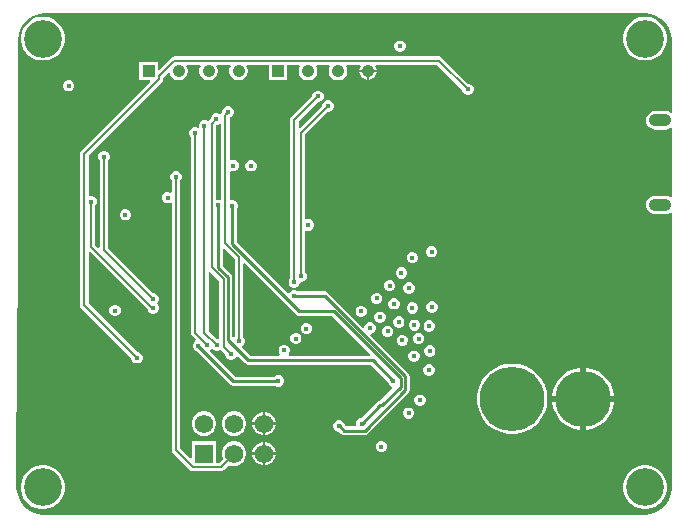
<source format=gbl>
G04*
G04 #@! TF.GenerationSoftware,Altium Limited,Altium Designer,22.0.2 (36)*
G04*
G04 Layer_Physical_Order=4*
G04 Layer_Color=16711680*
%FSLAX25Y25*%
%MOIN*%
G70*
G04*
G04 #@! TF.SameCoordinates,77FB473F-6002-4E98-9841-083E989A2A2F*
G04*
G04*
G04 #@! TF.FilePolarity,Positive*
G04*
G01*
G75*
%ADD10C,0.00984*%
%ADD12C,0.00787*%
%ADD50C,0.06181*%
%ADD51R,0.06181X0.06181*%
%ADD57O,0.07480X0.04134*%
%ADD61C,0.00827*%
%ADD62C,0.12598*%
%ADD63R,0.04134X0.04134*%
%ADD64C,0.04134*%
%ADD65C,0.21496*%
%ADD66C,0.18661*%
%ADD67C,0.01772*%
G36*
X537405Y394104D02*
X539225Y393350D01*
X540863Y392256D01*
X542256Y390863D01*
X543350Y389225D01*
X544104Y387405D01*
X544488Y385473D01*
Y384488D01*
Y361277D01*
X543988Y361030D01*
X543712Y361242D01*
X542966Y361551D01*
X542165Y361656D01*
X538819D01*
X538018Y361551D01*
X537272Y361242D01*
X536632Y360750D01*
X536140Y360110D01*
X535831Y359364D01*
X535726Y358563D01*
X535831Y357762D01*
X536140Y357016D01*
X536632Y356376D01*
X537272Y355884D01*
X538018Y355575D01*
X538819Y355470D01*
X542165D01*
X542966Y355575D01*
X543712Y355884D01*
X543988Y356096D01*
X544488Y355849D01*
Y333127D01*
X543988Y332880D01*
X543712Y333092D01*
X542966Y333401D01*
X542165Y333507D01*
X538819D01*
X538018Y333401D01*
X537272Y333092D01*
X536632Y332601D01*
X536140Y331960D01*
X535831Y331214D01*
X535726Y330413D01*
X535831Y329613D01*
X536140Y328867D01*
X536632Y328226D01*
X537272Y327734D01*
X538018Y327425D01*
X538819Y327320D01*
X542165D01*
X542966Y327425D01*
X543712Y327734D01*
X543988Y327946D01*
X544488Y327700D01*
Y236870D01*
Y235885D01*
X544104Y233953D01*
X543350Y232133D01*
X542256Y230495D01*
X540863Y229103D01*
X539225Y228008D01*
X537405Y227254D01*
X535473Y226870D01*
X334901D01*
X332969Y227254D01*
X331149Y228008D01*
X329511Y229103D01*
X328118Y230495D01*
X327024Y232133D01*
X326270Y233953D01*
X325886Y235885D01*
Y236870D01*
Y243701D01*
X326279Y313484D01*
Y384488D01*
Y385473D01*
X326664Y387405D01*
X327418Y389225D01*
X328512Y390863D01*
X329905Y392256D01*
X331543Y393350D01*
X333363Y394104D01*
X335295Y394488D01*
X535473D01*
X537405Y394104D01*
D02*
G37*
%LPC*%
G36*
X454115Y385154D02*
X453365D01*
X452672Y384866D01*
X452141Y384336D01*
X451854Y383643D01*
Y382893D01*
X452141Y382200D01*
X452672Y381669D01*
X453365Y381382D01*
X454115D01*
X454808Y381669D01*
X455339Y382200D01*
X455626Y382893D01*
Y383643D01*
X455339Y384336D01*
X454808Y384866D01*
X454115Y385154D01*
D02*
G37*
G36*
X536152Y393126D02*
X534714D01*
X533304Y392846D01*
X531976Y392295D01*
X530780Y391496D01*
X529763Y390480D01*
X528965Y389284D01*
X528414Y387956D01*
X528134Y386546D01*
Y385108D01*
X528414Y383698D01*
X528965Y382369D01*
X529763Y381174D01*
X530780Y380157D01*
X531976Y379358D01*
X533304Y378808D01*
X534714Y378528D01*
X536152D01*
X537562Y378808D01*
X538891Y379358D01*
X540086Y380157D01*
X541103Y381174D01*
X541901Y382369D01*
X542452Y383698D01*
X542732Y385108D01*
Y386546D01*
X542452Y387956D01*
X541901Y389284D01*
X541103Y390480D01*
X540086Y391496D01*
X538891Y392295D01*
X537562Y392846D01*
X536152Y393126D01*
D02*
G37*
G36*
X335365D02*
X333927D01*
X332517Y392846D01*
X331188Y392295D01*
X329993Y391496D01*
X328976Y390480D01*
X328177Y389284D01*
X327627Y387956D01*
X327346Y386546D01*
Y385108D01*
X327627Y383698D01*
X328177Y382369D01*
X328976Y381174D01*
X329993Y380157D01*
X331188Y379358D01*
X332517Y378808D01*
X333927Y378528D01*
X335365D01*
X336775Y378808D01*
X338103Y379358D01*
X339299Y380157D01*
X340315Y381174D01*
X341114Y382369D01*
X341664Y383698D01*
X341945Y385108D01*
Y386546D01*
X341664Y387956D01*
X341114Y389284D01*
X340315Y390480D01*
X339299Y391496D01*
X338103Y392295D01*
X336775Y392846D01*
X335365Y393126D01*
D02*
G37*
G36*
X466795Y379921D02*
X378480D01*
X377928Y379812D01*
X377461Y379499D01*
X373450Y375489D01*
X372988Y375680D01*
Y378067D01*
X366854D01*
Y371933D01*
X370296D01*
X370487Y371471D01*
X347469Y348453D01*
X347157Y347986D01*
X347047Y347434D01*
Y296970D01*
X347157Y296419D01*
X347469Y295951D01*
X364158Y279263D01*
Y279040D01*
X364445Y278347D01*
X364975Y277816D01*
X365668Y277529D01*
X366419D01*
X367112Y277816D01*
X367642Y278347D01*
X367929Y279040D01*
Y279790D01*
X367642Y280483D01*
X367112Y281014D01*
X366419Y281301D01*
X366196D01*
X349929Y297567D01*
Y314657D01*
X350391Y314848D01*
X369471Y295768D01*
X369570Y295702D01*
X369621Y295651D01*
X369897Y294984D01*
X370428Y294453D01*
X371121Y294166D01*
X371871D01*
X372564Y294453D01*
X373095Y294984D01*
X373382Y295677D01*
Y296427D01*
X373095Y297120D01*
X372625Y297590D01*
X373019Y297984D01*
X373306Y298677D01*
Y299427D01*
X373019Y300120D01*
X372488Y300651D01*
X371795Y300938D01*
X371544D01*
X356539Y315943D01*
Y345211D01*
X356717Y345389D01*
X357004Y346082D01*
Y346832D01*
X356717Y347525D01*
X356186Y348055D01*
X355493Y348342D01*
X354743D01*
X354050Y348055D01*
X353519Y347525D01*
X353232Y346832D01*
Y346082D01*
X353519Y345389D01*
X353697Y345211D01*
Y316214D01*
X353235Y316023D01*
X352208Y317050D01*
Y330250D01*
X352386Y330428D01*
X352673Y331121D01*
Y331871D01*
X352386Y332564D01*
X351856Y333095D01*
X351163Y333382D01*
X350412D01*
X350345Y333354D01*
X349929Y333632D01*
Y346837D01*
X374420Y371329D01*
X374733Y371796D01*
X374843Y372348D01*
Y372805D01*
X376399Y374362D01*
X376957Y374213D01*
X377063Y373816D01*
X377467Y373117D01*
X378038Y372546D01*
X378737Y372142D01*
X379517Y371933D01*
X380325D01*
X381105Y372142D01*
X381804Y372546D01*
X382375Y373117D01*
X382779Y373816D01*
X382988Y374596D01*
Y375404D01*
X382779Y376184D01*
X382574Y376539D01*
X382863Y377039D01*
X386980D01*
X387268Y376539D01*
X387063Y376184D01*
X386854Y375404D01*
Y374596D01*
X387063Y373816D01*
X387467Y373117D01*
X388038Y372546D01*
X388737Y372142D01*
X389517Y371933D01*
X390325D01*
X391105Y372142D01*
X391804Y372546D01*
X392375Y373117D01*
X392779Y373816D01*
X392988Y374596D01*
Y375404D01*
X392779Y376184D01*
X392574Y376539D01*
X392863Y377039D01*
X396980D01*
X397269Y376539D01*
X397063Y376184D01*
X396854Y375404D01*
Y374596D01*
X397063Y373816D01*
X397467Y373117D01*
X398038Y372546D01*
X398737Y372142D01*
X399517Y371933D01*
X400325D01*
X401105Y372142D01*
X401804Y372546D01*
X402375Y373117D01*
X402779Y373816D01*
X402988Y374596D01*
Y375404D01*
X402779Y376184D01*
X402574Y376539D01*
X402863Y377039D01*
X410004D01*
Y371933D01*
X416138D01*
Y377039D01*
X420129D01*
X420418Y376539D01*
X420213Y376184D01*
X420004Y375404D01*
Y374596D01*
X420213Y373816D01*
X420617Y373117D01*
X421188Y372546D01*
X421887Y372142D01*
X422667Y371933D01*
X423475D01*
X424255Y372142D01*
X424954Y372546D01*
X425525Y373117D01*
X425929Y373816D01*
X426138Y374596D01*
Y375404D01*
X425929Y376184D01*
X425724Y376539D01*
X426012Y377039D01*
X430129D01*
X430418Y376539D01*
X430213Y376184D01*
X430004Y375404D01*
Y374596D01*
X430213Y373816D01*
X430617Y373117D01*
X431188Y372546D01*
X431887Y372142D01*
X432667Y371933D01*
X433475D01*
X434255Y372142D01*
X434954Y372546D01*
X435525Y373117D01*
X435929Y373816D01*
X436138Y374596D01*
Y375404D01*
X435929Y376184D01*
X435723Y376539D01*
X436012Y377039D01*
X440402D01*
X440664Y376539D01*
X440411Y376102D01*
X440221Y375394D01*
X445920D01*
X445731Y376102D01*
X445478Y376539D01*
X445740Y377039D01*
X466198D01*
X474492Y368745D01*
Y368523D01*
X474779Y367829D01*
X475310Y367299D01*
X476003Y367012D01*
X476753D01*
X477446Y367299D01*
X477977Y367829D01*
X478264Y368523D01*
Y369273D01*
X477977Y369966D01*
X477446Y370496D01*
X476753Y370783D01*
X476530D01*
X467814Y379499D01*
X467347Y379812D01*
X466795Y379921D01*
D02*
G37*
G36*
X445920Y374606D02*
X443465D01*
Y372150D01*
X444172Y372340D01*
X444823Y372716D01*
X445355Y373247D01*
X445731Y373898D01*
X445920Y374606D01*
D02*
G37*
G36*
X442677D02*
X440221D01*
X440411Y373898D01*
X440787Y373247D01*
X441318Y372716D01*
X441969Y372340D01*
X442677Y372150D01*
Y374606D01*
D02*
G37*
G36*
X343682Y371965D02*
X342932D01*
X342239Y371677D01*
X341708Y371147D01*
X341421Y370454D01*
Y369704D01*
X341708Y369010D01*
X342239Y368480D01*
X342932Y368193D01*
X343682D01*
X344375Y368480D01*
X344906Y369010D01*
X345193Y369704D01*
Y370454D01*
X344906Y371147D01*
X344375Y371677D01*
X343682Y371965D01*
D02*
G37*
G36*
X396832Y363303D02*
X396082D01*
X395389Y363016D01*
X394858Y362486D01*
X394571Y361792D01*
Y361275D01*
X394514Y361218D01*
X394207Y360757D01*
X394204Y360745D01*
X393661Y360580D01*
X393588Y360654D01*
X392895Y360941D01*
X392145D01*
X391452Y360654D01*
X390921Y360123D01*
X390634Y359430D01*
Y359179D01*
X389955Y358501D01*
X389827Y358309D01*
X389651Y358292D01*
X388958Y358579D01*
X388208D01*
X387514Y358292D01*
X386984Y357761D01*
X386697Y357068D01*
Y356387D01*
X386492Y356173D01*
X386278Y356022D01*
X385808Y356217D01*
X385058D01*
X384365Y355929D01*
X383834Y355399D01*
X383547Y354706D01*
Y353956D01*
X383834Y353262D01*
X384012Y353085D01*
Y287737D01*
X384120Y287193D01*
X384428Y286732D01*
X385637Y285523D01*
X385553Y285103D01*
X385460Y284993D01*
X384941Y284474D01*
X384654Y283781D01*
Y283031D01*
X384941Y282338D01*
X385472Y281807D01*
X386114Y281541D01*
X397078Y270578D01*
X397571Y270248D01*
X398153Y270132D01*
X412090D01*
X412168Y270055D01*
X412861Y269768D01*
X413611D01*
X414304Y270055D01*
X414835Y270585D01*
X415122Y271278D01*
Y272029D01*
X414835Y272722D01*
X414304Y273252D01*
X413611Y273539D01*
X412861D01*
X412168Y273252D01*
X412090Y273175D01*
X398784D01*
X390443Y281516D01*
X390526Y281935D01*
X390619Y282047D01*
X391133Y282560D01*
X391617Y282076D01*
X392310Y281789D01*
X393060D01*
X393753Y282076D01*
X394189Y281868D01*
X395551Y280505D01*
Y280254D01*
X395838Y279561D01*
X396369Y279031D01*
X397062Y278744D01*
X397812D01*
X398505Y279031D01*
X399036Y279561D01*
X399142Y279818D01*
X399732Y279935D01*
X402107Y277560D01*
X402600Y277231D01*
X403182Y277115D01*
X403182Y277115D01*
X443962D01*
X449689Y271388D01*
Y271278D01*
X449976Y270585D01*
X450507Y270055D01*
X451114Y269803D01*
X451324Y269306D01*
X447247Y265228D01*
X447171D01*
X447171Y265228D01*
X446589Y265112D01*
X446096Y264783D01*
X446096Y264783D01*
X440679Y259366D01*
X440570D01*
X439877Y259079D01*
X439346Y258548D01*
X439059Y257855D01*
Y257105D01*
X439086Y257039D01*
X438808Y256624D01*
X435845D01*
X435315Y257154D01*
X435063Y257761D01*
X434533Y258292D01*
X433840Y258579D01*
X433089D01*
X432396Y258292D01*
X431866Y257761D01*
X431579Y257068D01*
Y256318D01*
X431866Y255625D01*
X432396Y255094D01*
X433089Y254807D01*
X433358D01*
X434139Y254027D01*
X434632Y253697D01*
X435215Y253581D01*
X435215Y253581D01*
X441930D01*
X442512Y253697D01*
X443006Y254027D01*
X456513Y267534D01*
X456513Y267534D01*
X456843Y268027D01*
X456958Y268609D01*
Y273253D01*
X456958Y273253D01*
X456843Y273835D01*
X456513Y274329D01*
X456513Y274329D01*
X443820Y287022D01*
X444011Y287484D01*
X444076D01*
X444769Y287771D01*
X445299Y288302D01*
X445587Y288995D01*
Y289745D01*
X445299Y290438D01*
X444769Y290969D01*
X444076Y291256D01*
X443326D01*
X442633Y290969D01*
X442102Y290438D01*
X441815Y289745D01*
Y289680D01*
X441353Y289489D01*
X429766Y301076D01*
X429273Y301406D01*
X428690Y301521D01*
X419650D01*
X419572Y301599D01*
X418879Y301886D01*
X418129D01*
X417436Y301599D01*
X416905Y301068D01*
X416878Y301003D01*
X416388Y300905D01*
X399320Y317972D01*
Y328970D01*
X399398Y329047D01*
X399685Y329740D01*
Y330491D01*
X399398Y331184D01*
X398867Y331714D01*
X398174Y332001D01*
X397424D01*
X397356Y331973D01*
X396940Y332251D01*
Y341472D01*
X397440Y341789D01*
X397853Y341618D01*
X398604D01*
X399297Y341905D01*
X399827Y342436D01*
X400114Y343129D01*
Y343879D01*
X399827Y344572D01*
X399297Y345103D01*
X398604Y345390D01*
X397853D01*
X397440Y345219D01*
X396940Y345536D01*
Y359577D01*
X397525Y359819D01*
X398055Y360349D01*
X398342Y361042D01*
Y361792D01*
X398055Y362486D01*
X397525Y363016D01*
X396832Y363303D01*
D02*
G37*
G36*
X404509Y345291D02*
X403759D01*
X403066Y345004D01*
X402535Y344474D01*
X402248Y343781D01*
Y343030D01*
X402535Y342337D01*
X403066Y341807D01*
X403759Y341520D01*
X404509D01*
X405202Y341807D01*
X405733Y342337D01*
X406020Y343030D01*
Y343781D01*
X405733Y344474D01*
X405202Y345004D01*
X404509Y345291D01*
D02*
G37*
G36*
X379509Y341650D02*
X378759D01*
X378066Y341363D01*
X377535Y340832D01*
X377248Y340139D01*
Y339389D01*
X377535Y338696D01*
X377693Y338538D01*
Y334683D01*
X377193Y334438D01*
X376655Y334661D01*
X375904D01*
X375211Y334374D01*
X374681Y333844D01*
X374394Y333151D01*
Y332400D01*
X374681Y331707D01*
X375211Y331177D01*
X375904Y330890D01*
X376655D01*
X377193Y331113D01*
X377693Y330869D01*
Y248592D01*
X377802Y248040D01*
X378115Y247573D01*
X383730Y241957D01*
X384198Y241645D01*
X384749Y241535D01*
X393921D01*
X394473Y241645D01*
X394940Y241957D01*
X396723Y243740D01*
X396846Y243669D01*
X397887Y243390D01*
X398964D01*
X400004Y243669D01*
X400937Y244207D01*
X401698Y244969D01*
X402237Y245901D01*
X402516Y246942D01*
Y248019D01*
X402237Y249059D01*
X401698Y249992D01*
X400937Y250754D01*
X400004Y251292D01*
X398964Y251571D01*
X397887D01*
X396846Y251292D01*
X395914Y250754D01*
X395152Y249992D01*
X394613Y249059D01*
X394335Y248019D01*
Y246942D01*
X394613Y245901D01*
X394685Y245778D01*
X393324Y244417D01*
X392516D01*
Y251571D01*
X384335D01*
Y246082D01*
X383873Y245891D01*
X380575Y249189D01*
Y338538D01*
X380733Y338696D01*
X381020Y339389D01*
Y340139D01*
X380733Y340832D01*
X380202Y341363D01*
X379509Y341650D01*
D02*
G37*
G36*
X362580Y328953D02*
X361830D01*
X361137Y328666D01*
X360606Y328135D01*
X360319Y327442D01*
Y326692D01*
X360606Y325999D01*
X361137Y325468D01*
X361830Y325181D01*
X362580D01*
X363273Y325468D01*
X363803Y325999D01*
X364090Y326692D01*
Y327442D01*
X363803Y328135D01*
X363273Y328666D01*
X362580Y328953D01*
D02*
G37*
G36*
X426753Y368421D02*
X426003D01*
X425310Y368134D01*
X424779Y367604D01*
X424492Y366911D01*
Y366659D01*
X417499Y359666D01*
X417191Y359205D01*
X417083Y358661D01*
Y305970D01*
X416905Y305793D01*
X416618Y305100D01*
Y304349D01*
X416905Y303656D01*
X417436Y303126D01*
X418129Y302839D01*
X418879D01*
X419572Y303126D01*
X420103Y303656D01*
X420330Y304204D01*
X420390Y304349D01*
X420845Y304666D01*
X421159D01*
X421852Y304953D01*
X422382Y305484D01*
X422669Y306177D01*
Y306927D01*
X422382Y307620D01*
X422204Y307798D01*
Y321653D01*
X422620Y321931D01*
X422853Y321835D01*
X423603D01*
X424297Y322122D01*
X424827Y322652D01*
X425114Y323345D01*
Y324096D01*
X424827Y324789D01*
X424297Y325319D01*
X423603Y325606D01*
X422853D01*
X422620Y325510D01*
X422204Y325788D01*
Y353848D01*
X429856Y361500D01*
X430107D01*
X430800Y361787D01*
X431331Y362318D01*
X431618Y363011D01*
Y363761D01*
X431331Y364454D01*
X430800Y364984D01*
X430107Y365272D01*
X429357D01*
X428664Y364984D01*
X428134Y364454D01*
X427846Y363761D01*
Y363510D01*
X420387Y356050D01*
X419925Y356241D01*
Y358073D01*
X426502Y364650D01*
X426753D01*
X427446Y364937D01*
X427977Y365467D01*
X428264Y366160D01*
Y366911D01*
X427977Y367604D01*
X427446Y368134D01*
X426753Y368421D01*
D02*
G37*
G36*
X464647Y316650D02*
X463897D01*
X463203Y316363D01*
X462673Y315832D01*
X462386Y315139D01*
Y314389D01*
X462673Y313696D01*
X463203Y313165D01*
X463897Y312878D01*
X464647D01*
X465340Y313165D01*
X465870Y313696D01*
X466157Y314389D01*
Y315139D01*
X465870Y315832D01*
X465340Y316363D01*
X464647Y316650D01*
D02*
G37*
G36*
X458249Y314681D02*
X457499D01*
X456806Y314394D01*
X456275Y313863D01*
X455988Y313170D01*
Y312420D01*
X456275Y311727D01*
X456806Y311197D01*
X457499Y310910D01*
X458249D01*
X458942Y311197D01*
X459473Y311727D01*
X459760Y312420D01*
Y313170D01*
X459473Y313863D01*
X458942Y314394D01*
X458249Y314681D01*
D02*
G37*
G36*
X454607Y309563D02*
X453857D01*
X453164Y309276D01*
X452634Y308745D01*
X452347Y308052D01*
Y307302D01*
X452634Y306609D01*
X453164Y306079D01*
X453857Y305791D01*
X454607D01*
X455301Y306079D01*
X455831Y306609D01*
X456118Y307302D01*
Y308052D01*
X455831Y308745D01*
X455301Y309276D01*
X454607Y309563D01*
D02*
G37*
G36*
X450670Y305331D02*
X449920D01*
X449227Y305044D01*
X448697Y304513D01*
X448410Y303820D01*
Y303070D01*
X448697Y302377D01*
X449227Y301846D01*
X449920Y301559D01*
X450670D01*
X451364Y301846D01*
X451894Y302377D01*
X452181Y303070D01*
Y303820D01*
X451894Y304513D01*
X451364Y305044D01*
X450670Y305331D01*
D02*
G37*
G36*
X457166Y304543D02*
X456416D01*
X455723Y304256D01*
X455193Y303726D01*
X454906Y303033D01*
Y302282D01*
X455193Y301589D01*
X455723Y301059D01*
X456416Y300772D01*
X457166D01*
X457860Y301059D01*
X458390Y301589D01*
X458677Y302282D01*
Y303033D01*
X458390Y303726D01*
X457860Y304256D01*
X457166Y304543D01*
D02*
G37*
G36*
X446340Y301098D02*
X445589D01*
X444896Y300811D01*
X444366Y300281D01*
X444079Y299588D01*
Y298837D01*
X444366Y298144D01*
X444896Y297614D01*
X445589Y297327D01*
X446340D01*
X447033Y297614D01*
X447563Y298144D01*
X447850Y298837D01*
Y299588D01*
X447563Y300281D01*
X447033Y300811D01*
X446340Y301098D01*
D02*
G37*
G36*
X452147Y299327D02*
X451397D01*
X450703Y299040D01*
X450173Y298509D01*
X449886Y297816D01*
Y297066D01*
X450173Y296373D01*
X450703Y295842D01*
X451397Y295555D01*
X452147D01*
X452840Y295842D01*
X453370Y296373D01*
X453657Y297066D01*
Y297816D01*
X453370Y298509D01*
X452840Y299040D01*
X452147Y299327D01*
D02*
G37*
G36*
X464745Y298244D02*
X463995D01*
X463302Y297957D01*
X462771Y297427D01*
X462484Y296733D01*
Y295983D01*
X462771Y295290D01*
X463302Y294759D01*
X463995Y294472D01*
X464745D01*
X465438Y294759D01*
X465969Y295290D01*
X466256Y295983D01*
Y296733D01*
X465969Y297427D01*
X465438Y297957D01*
X464745Y298244D01*
D02*
G37*
G36*
X458249Y297949D02*
X457499D01*
X456806Y297662D01*
X456275Y297131D01*
X455988Y296438D01*
Y295688D01*
X456275Y294995D01*
X456806Y294464D01*
X457499Y294177D01*
X458249D01*
X458942Y294464D01*
X459473Y294995D01*
X459760Y295688D01*
Y296438D01*
X459473Y297131D01*
X458942Y297662D01*
X458249Y297949D01*
D02*
G37*
G36*
X359135Y297063D02*
X358385D01*
X357692Y296776D01*
X357161Y296245D01*
X356874Y295552D01*
Y294802D01*
X357161Y294109D01*
X357692Y293579D01*
X358385Y293291D01*
X359135D01*
X359828Y293579D01*
X360359Y294109D01*
X360646Y294802D01*
Y295552D01*
X360359Y296245D01*
X359828Y296776D01*
X359135Y297063D01*
D02*
G37*
G36*
X441222Y296768D02*
X440471D01*
X439778Y296481D01*
X439248Y295950D01*
X438961Y295257D01*
Y294507D01*
X439248Y293814D01*
X439778Y293283D01*
X440471Y292996D01*
X441222D01*
X441915Y293283D01*
X442445Y293814D01*
X442732Y294507D01*
Y295257D01*
X442445Y295950D01*
X441915Y296481D01*
X441222Y296768D01*
D02*
G37*
G36*
X447422Y294799D02*
X446672D01*
X445979Y294512D01*
X445448Y293982D01*
X445161Y293288D01*
Y292538D01*
X445448Y291845D01*
X445979Y291315D01*
X446672Y291028D01*
X447422D01*
X448115Y291315D01*
X448646Y291845D01*
X448933Y292538D01*
Y293288D01*
X448646Y293982D01*
X448115Y294512D01*
X447422Y294799D01*
D02*
G37*
G36*
X453722Y293224D02*
X452971D01*
X452278Y292937D01*
X451748Y292407D01*
X451461Y291714D01*
Y290964D01*
X451748Y290270D01*
X452278Y289740D01*
X452971Y289453D01*
X453722D01*
X454415Y289740D01*
X454945Y290270D01*
X455232Y290964D01*
Y291714D01*
X454945Y292407D01*
X454415Y292937D01*
X453722Y293224D01*
D02*
G37*
G36*
X458938Y292142D02*
X458188D01*
X457495Y291855D01*
X456964Y291324D01*
X456677Y290631D01*
Y289881D01*
X456964Y289188D01*
X457495Y288657D01*
X458188Y288370D01*
X458938D01*
X459631Y288657D01*
X460162Y289188D01*
X460449Y289881D01*
Y290631D01*
X460162Y291324D01*
X459631Y291855D01*
X458938Y292142D01*
D02*
G37*
G36*
X463859Y291945D02*
X463109D01*
X462416Y291658D01*
X461885Y291127D01*
X461598Y290434D01*
Y289684D01*
X461885Y288991D01*
X462416Y288460D01*
X463109Y288173D01*
X463859D01*
X464552Y288460D01*
X465083Y288991D01*
X465370Y289684D01*
Y290434D01*
X465083Y291127D01*
X464552Y291658D01*
X463859Y291945D01*
D02*
G37*
G36*
X449981Y290075D02*
X449231D01*
X448538Y289788D01*
X448008Y289257D01*
X447720Y288564D01*
Y287814D01*
X448008Y287121D01*
X448538Y286590D01*
X449231Y286303D01*
X449981D01*
X450674Y286590D01*
X451205Y287121D01*
X451492Y287814D01*
Y288564D01*
X451205Y289257D01*
X450674Y289788D01*
X449981Y290075D01*
D02*
G37*
G36*
X460316Y287713D02*
X459566D01*
X458873Y287425D01*
X458342Y286895D01*
X458055Y286202D01*
Y285452D01*
X458342Y284758D01*
X458873Y284228D01*
X459566Y283941D01*
X460316D01*
X461009Y284228D01*
X461540Y284758D01*
X461827Y285452D01*
Y286202D01*
X461540Y286895D01*
X461009Y287425D01*
X460316Y287713D01*
D02*
G37*
G36*
X454903Y287122D02*
X454152D01*
X453459Y286835D01*
X452929Y286304D01*
X452642Y285611D01*
Y284861D01*
X452929Y284168D01*
X453459Y283637D01*
X454152Y283350D01*
X454903D01*
X455596Y283637D01*
X456126Y284168D01*
X456413Y284861D01*
Y285611D01*
X456126Y286304D01*
X455596Y286835D01*
X454903Y287122D01*
D02*
G37*
G36*
X464056Y283579D02*
X463306D01*
X462613Y283292D01*
X462082Y282761D01*
X461795Y282068D01*
Y281318D01*
X462082Y280625D01*
X462613Y280094D01*
X463306Y279807D01*
X464056D01*
X464749Y280094D01*
X465280Y280625D01*
X465567Y281318D01*
Y282068D01*
X465280Y282761D01*
X464749Y283292D01*
X464056Y283579D01*
D02*
G37*
G36*
X458840Y281807D02*
X458089D01*
X457396Y281520D01*
X456866Y280990D01*
X456579Y280296D01*
Y279546D01*
X456866Y278853D01*
X457396Y278323D01*
X458089Y278035D01*
X458840D01*
X459533Y278323D01*
X460063Y278853D01*
X460350Y279546D01*
Y280296D01*
X460063Y280990D01*
X459533Y281520D01*
X458840Y281807D01*
D02*
G37*
G36*
X463761Y277181D02*
X463011D01*
X462318Y276894D01*
X461787Y276363D01*
X461500Y275670D01*
Y274920D01*
X461787Y274227D01*
X462318Y273697D01*
X463011Y273410D01*
X463761D01*
X464454Y273697D01*
X464985Y274227D01*
X465272Y274920D01*
Y275670D01*
X464985Y276363D01*
X464454Y276894D01*
X463761Y277181D01*
D02*
G37*
G36*
X515781Y276079D02*
X515748D01*
Y266732D01*
X525095D01*
Y266765D01*
X524697Y268761D01*
X523919Y270641D01*
X522788Y272334D01*
X521349Y273772D01*
X519657Y274903D01*
X517777Y275682D01*
X515781Y276079D01*
D02*
G37*
G36*
X513779D02*
X513746D01*
X511750Y275682D01*
X509870Y274903D01*
X508178Y273772D01*
X506739Y272334D01*
X505609Y270641D01*
X504830Y268761D01*
X504433Y266765D01*
Y266732D01*
X513779D01*
Y276079D01*
D02*
G37*
G36*
X460808Y267142D02*
X460058D01*
X459365Y266855D01*
X458834Y266324D01*
X458547Y265631D01*
Y264881D01*
X458834Y264188D01*
X459365Y263657D01*
X460058Y263370D01*
X460808D01*
X461501Y263657D01*
X462032Y264188D01*
X462319Y264881D01*
Y265631D01*
X462032Y266324D01*
X461501Y266855D01*
X460808Y267142D01*
D02*
G37*
G36*
X456970Y262811D02*
X456219D01*
X455526Y262524D01*
X454996Y261993D01*
X454709Y261300D01*
Y260550D01*
X454996Y259857D01*
X455526Y259327D01*
X456219Y259039D01*
X456970D01*
X457663Y259327D01*
X458193Y259857D01*
X458480Y260550D01*
Y261300D01*
X458193Y261993D01*
X457663Y262524D01*
X456970Y262811D01*
D02*
G37*
G36*
X408936Y261358D02*
X408819D01*
Y257874D01*
X412303D01*
Y257991D01*
X412039Y258977D01*
X411528Y259861D01*
X410806Y260583D01*
X409922Y261094D01*
X408936Y261358D01*
D02*
G37*
G36*
X408032D02*
X407915D01*
X406928Y261094D01*
X406044Y260583D01*
X405322Y259861D01*
X404811Y258977D01*
X404547Y257991D01*
Y257874D01*
X408032D01*
Y261358D01*
D02*
G37*
G36*
X525095Y264764D02*
X515748D01*
Y255417D01*
X515781D01*
X517777Y255814D01*
X519657Y256593D01*
X521349Y257724D01*
X522788Y259163D01*
X523919Y260855D01*
X524697Y262735D01*
X525095Y264731D01*
Y264764D01*
D02*
G37*
G36*
X513779D02*
X504433D01*
Y264731D01*
X504830Y262735D01*
X505609Y260855D01*
X506739Y259163D01*
X508178Y257724D01*
X509870Y256593D01*
X511750Y255814D01*
X513746Y255417D01*
X513779D01*
Y264764D01*
D02*
G37*
G36*
X492066Y277496D02*
X490217D01*
X488391Y277207D01*
X486632Y276635D01*
X484984Y275796D01*
X483489Y274709D01*
X482181Y273401D01*
X481094Y271905D01*
X480254Y270258D01*
X479683Y268499D01*
X479394Y266673D01*
Y264823D01*
X479683Y262997D01*
X480254Y261238D01*
X481094Y259591D01*
X482181Y258095D01*
X483489Y256787D01*
X484984Y255700D01*
X486632Y254861D01*
X488391Y254289D01*
X490217Y254000D01*
X492066D01*
X493893Y254289D01*
X495651Y254861D01*
X497299Y255700D01*
X498795Y256787D01*
X500103Y258095D01*
X501190Y259591D01*
X502029Y261238D01*
X502600Y262997D01*
X502890Y264823D01*
Y266673D01*
X502600Y268499D01*
X502029Y270258D01*
X501190Y271905D01*
X500103Y273401D01*
X498795Y274709D01*
X497299Y275796D01*
X495651Y276635D01*
X493893Y277207D01*
X492066Y277496D01*
D02*
G37*
G36*
X412303Y257087D02*
X408819D01*
Y253602D01*
X408936D01*
X409922Y253867D01*
X410806Y254377D01*
X411528Y255099D01*
X412039Y255983D01*
X412303Y256970D01*
Y257087D01*
D02*
G37*
G36*
X408032D02*
X404547D01*
Y256970D01*
X404811Y255983D01*
X405322Y255099D01*
X406044Y254377D01*
X406928Y253867D01*
X407915Y253602D01*
X408032D01*
Y257087D01*
D02*
G37*
G36*
X398964Y261571D02*
X397887D01*
X396846Y261292D01*
X395914Y260754D01*
X395152Y259992D01*
X394613Y259059D01*
X394335Y258019D01*
Y256942D01*
X394613Y255901D01*
X395152Y254969D01*
X395914Y254207D01*
X396846Y253668D01*
X397887Y253390D01*
X398964D01*
X400004Y253668D01*
X400937Y254207D01*
X401698Y254969D01*
X402237Y255901D01*
X402516Y256942D01*
Y258019D01*
X402237Y259059D01*
X401698Y259992D01*
X400937Y260754D01*
X400004Y261292D01*
X398964Y261571D01*
D02*
G37*
G36*
X388964D02*
X387887D01*
X386846Y261292D01*
X385913Y260754D01*
X385152Y259992D01*
X384613Y259059D01*
X384335Y258019D01*
Y256942D01*
X384613Y255901D01*
X385152Y254969D01*
X385913Y254207D01*
X386846Y253668D01*
X387887Y253390D01*
X388964D01*
X390004Y253668D01*
X390937Y254207D01*
X391699Y254969D01*
X392237Y255901D01*
X392516Y256942D01*
Y258019D01*
X392237Y259059D01*
X391699Y259992D01*
X390937Y260754D01*
X390004Y261292D01*
X388964Y261571D01*
D02*
G37*
G36*
X447915Y251689D02*
X447164D01*
X446471Y251402D01*
X445941Y250871D01*
X445653Y250178D01*
Y249428D01*
X445941Y248735D01*
X446471Y248204D01*
X447164Y247917D01*
X447915D01*
X448608Y248204D01*
X449138Y248735D01*
X449425Y249428D01*
Y250178D01*
X449138Y250871D01*
X448608Y251402D01*
X447915Y251689D01*
D02*
G37*
G36*
X408936Y251358D02*
X408819D01*
Y247874D01*
X412303D01*
Y247991D01*
X412039Y248977D01*
X411528Y249861D01*
X410806Y250583D01*
X409922Y251094D01*
X408936Y251358D01*
D02*
G37*
G36*
X408032D02*
X407915D01*
X406928Y251094D01*
X406044Y250583D01*
X405322Y249861D01*
X404811Y248977D01*
X404547Y247991D01*
Y247874D01*
X408032D01*
Y251358D01*
D02*
G37*
G36*
X412303Y247087D02*
X408819D01*
Y243602D01*
X408936D01*
X409922Y243867D01*
X410806Y244377D01*
X411528Y245099D01*
X412039Y245984D01*
X412303Y246970D01*
Y247087D01*
D02*
G37*
G36*
X408032D02*
X404547D01*
Y246970D01*
X404811Y245984D01*
X405322Y245099D01*
X406044Y244377D01*
X406928Y243867D01*
X407915Y243602D01*
X408032D01*
Y247087D01*
D02*
G37*
G36*
X536152Y243520D02*
X534714D01*
X533304Y243239D01*
X531976Y242689D01*
X530780Y241890D01*
X529763Y240873D01*
X528965Y239678D01*
X528414Y238350D01*
X528134Y236939D01*
Y235502D01*
X528414Y234091D01*
X528965Y232763D01*
X529763Y231567D01*
X530780Y230551D01*
X531976Y229752D01*
X533304Y229202D01*
X534714Y228921D01*
X536152D01*
X537562Y229202D01*
X538891Y229752D01*
X540086Y230551D01*
X541103Y231567D01*
X541901Y232763D01*
X542452Y234091D01*
X542732Y235502D01*
Y236939D01*
X542452Y238350D01*
X541901Y239678D01*
X541103Y240873D01*
X540086Y241890D01*
X538891Y242689D01*
X537562Y243239D01*
X536152Y243520D01*
D02*
G37*
G36*
X335365D02*
X333927D01*
X332517Y243239D01*
X331188Y242689D01*
X329993Y241890D01*
X328976Y240873D01*
X328177Y239678D01*
X327627Y238350D01*
X327346Y236939D01*
Y235502D01*
X327627Y234091D01*
X328177Y232763D01*
X328976Y231567D01*
X329993Y230551D01*
X331188Y229752D01*
X332517Y229202D01*
X333927Y228921D01*
X335365D01*
X336775Y229202D01*
X338103Y229752D01*
X339299Y230551D01*
X340315Y231567D01*
X341114Y232763D01*
X341664Y234091D01*
X341945Y235502D01*
Y236939D01*
X341664Y238350D01*
X341114Y239678D01*
X340315Y240873D01*
X339299Y241890D01*
X338103Y242689D01*
X336775Y243239D01*
X335365Y243520D01*
D02*
G37*
%LPD*%
G36*
X394098Y357313D02*
Y332402D01*
X393683Y332124D01*
X393615Y332152D01*
X392865D01*
X392797Y332124D01*
X392381Y332402D01*
Y356907D01*
X392643Y357169D01*
X392895D01*
X393588Y357456D01*
X393636Y357505D01*
X394098Y357313D01*
D02*
G37*
G36*
X398678Y312494D02*
Y286445D01*
X398342Y286212D01*
X398034Y286332D01*
X397872Y286469D01*
Y306205D01*
X397872Y306205D01*
X397756Y306787D01*
X397426Y307281D01*
X394761Y309946D01*
Y315757D01*
X395223Y315949D01*
X398678Y312494D01*
D02*
G37*
G36*
X393544Y305043D02*
Y285810D01*
X393128Y285533D01*
X393060Y285561D01*
X392843D01*
X390004Y288400D01*
Y307929D01*
X390466Y308121D01*
X393544Y305043D01*
D02*
G37*
G36*
X419150Y293839D02*
X419644Y293510D01*
X420226Y293394D01*
X431046D01*
X443820Y280619D01*
X443629Y280157D01*
X416799D01*
X416592Y280657D01*
X416756Y280821D01*
X417043Y281515D01*
Y282265D01*
X416756Y282958D01*
X416226Y283488D01*
X415533Y283776D01*
X414782D01*
X414089Y283488D01*
X413559Y282958D01*
X413272Y282265D01*
Y281515D01*
X413559Y280821D01*
X413723Y280657D01*
X413516Y280157D01*
X403813D01*
X401004Y282966D01*
X401087Y283385D01*
X401180Y283497D01*
X401698Y284014D01*
X401985Y284707D01*
Y285457D01*
X401698Y286151D01*
X401520Y286328D01*
Y310816D01*
X401982Y311008D01*
X419150Y293839D01*
D02*
G37*
%LPC*%
G36*
X422915Y291059D02*
X422164D01*
X421471Y290772D01*
X420941Y290242D01*
X420653Y289548D01*
Y288798D01*
X420941Y288105D01*
X421471Y287575D01*
X422164Y287287D01*
X422915D01*
X423608Y287575D01*
X424138Y288105D01*
X424425Y288798D01*
Y289548D01*
X424138Y290242D01*
X423608Y290772D01*
X422915Y291059D01*
D02*
G37*
G36*
X419371Y287713D02*
X418621D01*
X417928Y287425D01*
X417397Y286895D01*
X417110Y286202D01*
Y285452D01*
X417397Y284758D01*
X417928Y284228D01*
X418621Y283941D01*
X419371D01*
X420064Y284228D01*
X420595Y284758D01*
X420882Y285452D01*
Y286202D01*
X420595Y286895D01*
X420064Y287425D01*
X419371Y287713D01*
D02*
G37*
%LPD*%
D10*
X435215Y255102D02*
X441930D01*
X433624Y256693D02*
X435215Y255102D01*
X433465Y256693D02*
X433624D01*
X441930Y255102D02*
X455437Y268609D01*
X453953Y269783D02*
Y272639D01*
X447171Y263707D02*
X447877D01*
X440945Y257480D02*
X447171Y263707D01*
X431676Y294915D02*
X453953Y272639D01*
X444592Y278636D02*
X451575Y271654D01*
X455437Y268609D02*
Y273253D01*
X420226Y294915D02*
X431676D01*
X428690Y300000D02*
X455437Y273253D01*
X418504Y300000D02*
X428690D01*
X397799Y317342D02*
X420226Y294915D01*
X396351Y285468D02*
X403182Y278636D01*
X396351Y285468D02*
Y306205D01*
X393240Y309316D02*
X396351Y306205D01*
X403182Y278636D02*
X444592D01*
X447877Y263707D02*
X453953Y269783D01*
X397799Y317342D02*
Y330116D01*
X393240Y309316D02*
Y330266D01*
X398153Y271654D02*
X413236D01*
X386540Y283267D02*
X398153Y271654D01*
X386540Y283267D02*
Y283406D01*
D12*
X420784Y306552D02*
Y354437D01*
X429732Y363386D01*
X418504Y304724D02*
Y358661D01*
X426378Y366535D01*
X390960Y309636D02*
X394965Y305631D01*
X396457Y361151D02*
Y361417D01*
X395519Y317662D02*
X400099Y313082D01*
X395519Y317662D02*
Y360214D01*
X396457Y361151D01*
X394965Y283102D02*
Y305631D01*
X390960Y309636D02*
Y357496D01*
X400099Y285082D02*
Y313082D01*
X394965Y283102D02*
X397437Y280629D01*
X390960Y357496D02*
X392520Y359055D01*
X388583Y287811D02*
X392685Y283709D01*
Y283675D02*
Y283709D01*
X355118Y315354D02*
Y346457D01*
Y315354D02*
X371420Y299052D01*
X350787Y316461D02*
X370476Y296773D01*
X350787Y316461D02*
Y331496D01*
X385433Y287737D02*
X389538Y283632D01*
X388583Y287811D02*
Y356693D01*
X385433Y287737D02*
Y354331D01*
X370509Y296773D02*
X371230Y296052D01*
X371496D01*
X370476Y296773D02*
X370509D01*
D50*
X408425Y257480D02*
D03*
X398425D02*
D03*
X388425D02*
D03*
X408425Y247480D02*
D03*
X398425D02*
D03*
D51*
X388425D02*
D03*
D57*
X540492Y330413D02*
D03*
Y358563D02*
D03*
D61*
X379134Y248592D02*
Y339764D01*
Y248592D02*
X384749Y242976D01*
X378480Y378480D02*
X466795D01*
X373401Y373402D02*
X378480Y378480D01*
X466795D02*
X476378Y368898D01*
X348488Y296970D02*
X366043Y279415D01*
X348488Y296970D02*
Y347434D01*
X373401Y372348D02*
Y373402D01*
X348488Y347434D02*
X373401Y372348D01*
X384749Y242976D02*
X393921D01*
X398425Y247480D01*
D62*
X535433Y236220D02*
D03*
Y385827D02*
D03*
X334646Y236220D02*
D03*
Y385827D02*
D03*
D63*
X413071Y375000D02*
D03*
X369921D02*
D03*
D64*
X423071D02*
D03*
X433071D02*
D03*
X443071D02*
D03*
X379921D02*
D03*
X389921D02*
D03*
X399921D02*
D03*
D65*
X491142Y265748D02*
D03*
D66*
X514764D02*
D03*
D67*
X535236Y288189D02*
D03*
X496161Y296457D02*
D03*
X497736Y305118D02*
D03*
X348425Y248031D02*
D03*
X354331Y236220D02*
D03*
X413386D02*
D03*
Y354331D02*
D03*
X472441D02*
D03*
X507874Y236220D02*
D03*
X372047Y342520D02*
D03*
X366142Y236220D02*
D03*
X419291Y248031D02*
D03*
X513779D02*
D03*
X354331Y377953D02*
D03*
X537401Y248031D02*
D03*
X519685Y377953D02*
D03*
X431102Y318898D02*
D03*
X537401Y271654D02*
D03*
X531496Y259842D02*
D03*
X377953Y236220D02*
D03*
X437008Y354331D02*
D03*
X383858Y366142D02*
D03*
X366142Y354331D02*
D03*
X413386Y330709D02*
D03*
X519685Y236220D02*
D03*
X401575Y354331D02*
D03*
X472441Y236220D02*
D03*
X372047Y248031D02*
D03*
X448819Y330709D02*
D03*
X372047Y271654D02*
D03*
X484252Y236220D02*
D03*
X377953Y354331D02*
D03*
X425197Y330709D02*
D03*
X490157Y366142D02*
D03*
X525590Y271654D02*
D03*
X360236D02*
D03*
X513779Y366142D02*
D03*
X407480D02*
D03*
X366142Y283465D02*
D03*
X413386Y259842D02*
D03*
X342520Y283465D02*
D03*
X372047Y318898D02*
D03*
X431102Y342520D02*
D03*
X448819Y236220D02*
D03*
X496063Y377953D02*
D03*
X407480Y342520D02*
D03*
X360236D02*
D03*
X401575Y236220D02*
D03*
X484252Y377953D02*
D03*
X419291Y366142D02*
D03*
X366142Y330709D02*
D03*
X425197Y236220D02*
D03*
X383858Y271654D02*
D03*
X360236Y248031D02*
D03*
X354331Y283465D02*
D03*
X395669Y366142D02*
D03*
X354331Y259842D02*
D03*
X442913Y342520D02*
D03*
X525590Y248031D02*
D03*
X460630Y354331D02*
D03*
X454724Y342520D02*
D03*
X348425Y271654D02*
D03*
Y366142D02*
D03*
X342520Y330709D02*
D03*
X437008Y236220D02*
D03*
X389764D02*
D03*
X460630D02*
D03*
X525590Y366142D02*
D03*
X501968D02*
D03*
X360236D02*
D03*
X372047D02*
D03*
X342520Y259842D02*
D03*
X448819Y354331D02*
D03*
X431102Y248031D02*
D03*
X496063Y236220D02*
D03*
X507874Y377953D02*
D03*
X342520Y307086D02*
D03*
X437008Y259547D02*
D03*
X427658Y263484D02*
D03*
X415453Y316535D02*
D03*
X443701Y289370D02*
D03*
X449606Y288189D02*
D03*
X453346Y291339D02*
D03*
X457874Y296063D02*
D03*
X463386Y275295D02*
D03*
X458465Y279921D02*
D03*
X458563Y290256D02*
D03*
X418996Y285827D02*
D03*
X447047Y292913D02*
D03*
X422539Y289173D02*
D03*
X440846Y294882D02*
D03*
X445965Y299213D02*
D03*
X454528Y285236D02*
D03*
X451772Y297441D02*
D03*
X450295Y303445D02*
D03*
X457874Y312795D02*
D03*
X456791Y302658D02*
D03*
X415158Y281890D02*
D03*
X447539Y249803D02*
D03*
X460433Y265256D02*
D03*
X456595Y260925D02*
D03*
X463681Y281693D02*
D03*
X463484Y290059D02*
D03*
X459941Y285827D02*
D03*
X454232Y307677D02*
D03*
X464370Y296358D02*
D03*
X464272Y314764D02*
D03*
X404134Y343406D02*
D03*
X398228Y343504D02*
D03*
X423228Y323721D02*
D03*
X376279Y332776D02*
D03*
X362205Y327067D02*
D03*
X433465Y256693D02*
D03*
X451575Y271654D02*
D03*
X453740Y383268D02*
D03*
X358760Y295177D02*
D03*
X343307Y370079D02*
D03*
X397437Y280629D02*
D03*
X400099Y285082D02*
D03*
X393240Y330266D02*
D03*
X392685Y283675D02*
D03*
X476378Y368898D02*
D03*
X366043Y279415D02*
D03*
X440945Y257480D02*
D03*
X413236Y271654D02*
D03*
X418504Y300000D02*
D03*
X389538Y283632D02*
D03*
X386540Y283406D02*
D03*
X397799Y330116D02*
D03*
X429732Y363386D02*
D03*
X426378Y366535D02*
D03*
X420784Y306552D02*
D03*
X418504Y304724D02*
D03*
X392520Y359055D02*
D03*
X396457Y361417D02*
D03*
X388583Y356693D02*
D03*
X385433Y354331D02*
D03*
X350787Y331496D02*
D03*
X371496Y296052D02*
D03*
X371420Y299052D02*
D03*
X355118Y346457D02*
D03*
X379134Y339764D02*
D03*
M02*

</source>
